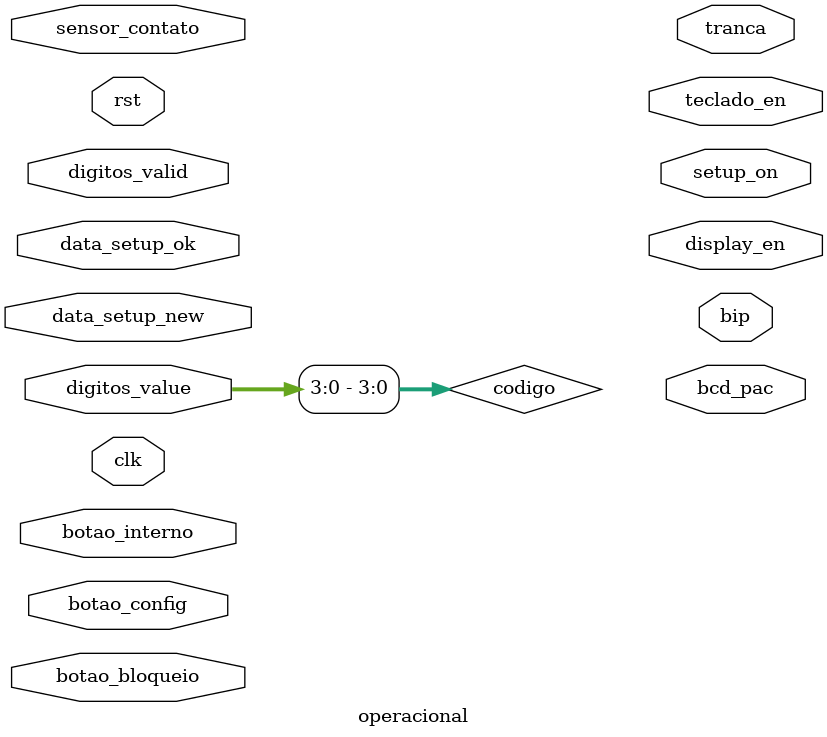
<source format=sv>
typedef struct packed {
    logic [19:0] [3:0] digits;
} senhaPac_t;

typedef struct packed {
    logic [3:0] BCD0;
    logic [3:0] BCD1;
    logic [3:0] BCD2;
    logic [3:0] BCD3;
    logic [3:0] BCD4;
    logic [3:0] BCD5;
} bcdPac_t;

typedef struct packed {
    logic       bip_status;
    logic [5:0] bip_time;
    logic [5:0] tranca_aut_time;
    senhaPac_t  senha_master;
    senhaPac_t  senha_1;
    senhaPac_t  senha_2;
    senhaPac_t  senha_3;
    senhaPac_t  senha_4;
} setupPac_t;

module operacional (
    input  logic        clk,
    input  logic        rst,
    input  logic        sensor_contato,
    input  logic        botao_interno,
    input  logic        botao_bloqueio,
    input  logic        botao_config,
    input  setupPac_t   data_setup_new,
    input  logic        data_setup_ok,
    input  senhaPac_t   digitos_value,
    input  logic        digitos_valid,
    output bcdPac_t     bcd_pac,
    output logic        teclado_en,
    output logic        display_en,
    output logic        setup_on,
    output logic        tranca,
    output logic        bip
);

    setupPac_t   config_ativa;
  
  	wire [3:0] codigo = digitos_value.digits[0];
    
    logic [31:0] contador_bip;
    logic [31:0] contador_tranca;
    logic [31:0] contador_nao_perturbe;
    logic [31:0] contador_bloqueado;
    
    logic [31:0] db_botao_config;
    logic [31:0] db_botao_interno;
    
    logic [2:0]  tentativas;

    enum logic [3:0] {
        AGUARDANDO,
        PORTA_FECHADA,
        PORTA_ENCOSTADA,
        PORTA_ABERTA,
        PORTA_BIP,
        EXPIRADO,
        VALIDAR_SENHA,
        CONTAR_TENTATIVAS,
        BLOQUEADO,
        DB_BOTAO_INTERNO,
        DB_BOTAO_BLOQUEIO,
        DB_BOTAO_CONFIG,
        NAO_PERTURBE,
        SENHA_MASTER,
        SETUP
    } estado, estado_anterior;

    always_ff @(posedge clk or posedge rst) begin
      	if (rst) begin
            contador_bip          <= 0;
            contador_tranca       <= 0;
            contador_nao_perturbe <= 0;
            contador_bloqueado    <= 0;
            db_botao_config       <= 0;
            db_botao_interno      <= 0;
            tentativas            <= 0;
            estado <= AGUARDANDO;
            estado_anterior <= AGUARDANDO;
     	end
     	else begin
            case (estado)
              
                AGUARDANDO: begin
                  if (!sensor_contato) estado <= PORTA_FECHADA;
                end
              
                PORTA_FECHADA: begin
                    db_botao_interno <= 0;
					contador_nao_perturbe <= 0;
					estado_anterior <= PORTA_FECHADA;
                  	if (botao_bloqueio) estado <= DB_BOTAO_BLOQUEIO;
                  	else if (botao_interno) estado <= DB_BOTAO_INTERNO;
                  	else if (digitos_valid && codigo == 4'hE) estado <= EXPIRADO;
                  	else if (digitos_valid && codigo != 4'hE && codigo != 4'hF && codigo != 4'hB) estado <= VALIDAR_SENHA;
                end
              
              	DB_BOTAO_BLOQUEIO: begin
                  	contador_nao_perturbe <= contador_nao_perturbe + 1;
                  	if (!botao_bloqueio) estado <= PORTA_FECHADA;
                  	else if (contador_nao_perturbe >= 3000) estado <= NAO_PERTURBE;
                end
              
              	NAO_PERTURBE: begin
                  	db_botao_interno <= 0;
                  	contador_nao_perturbe <= 0;
                  	estado_anterior <= NAO_PERTURBE;
                  	if (botao_interno) estado <= DB_BOTAO_INTERNO;
                end
              	
              	DB_BOTAO_INTERNO: begin
                 	db_botao_interno <= db_botao_interno + 1;
                  	if (!botao_interno && estado_anterior == NAO_PERTURBE) estado <= NAO_PERTURBE;
                  	else if (!botao_interno && estado_anterior == PORTA_FECHADA) estado <= PORTA_FECHADA;
                  	else if (!botao_interno && estado_anterior == PORTA_ENCOSTADA) estado <= PORTA_ENCOSTADA;
                  	else if (db_botao_interno >= 100 && estado_anterior != PORTA_ENCOSTADA) estado <= PORTA_ENCOSTADA;
                  	else if (db_botao_interno >= 100 && estado_anterior == PORTA_ENCOSTADA) estado <= PORTA_FECHADA;
                end
              
              	PORTA_ENCOSTADA: begin
                	contador_tranca <= contador_tranca + 1;
					estado_anterior <= PORTA_ENCOSTADA;
                  	if (botao_interno) estado <= DB_BOTAO_INTERNO;
                  	else if (contador_tranca >= data_setup_new.tranca_aut_time) estado <= PORTA_FECHADA;
                  	else if (sensor_contato) estado <= PORTA_ABERTA;
                end
              
              	EXPIRADO: begin
                  	estado <= PORTA_FECHADA;
                end
              
              	PORTA_ABERTA: begin
                  	contador_bip <= contador_bip + 1;
					db_botao_config <= 0;
					estado_anterior <= PORTA_ABERTA;
                  	if (contador_bip >= data_setup_new.bip_time) estado <= PORTA_BIP;
                  	else if (botao_config) estado <= DB_BOTAO_CONFIG;
                end
              
              	PORTA_BIP: begin
                  	db_botao_config <= 0;
					estado_anterior <= PORTA_BIP;
                  	if (!sensor_contato) estado <= PORTA_ENCOSTADA;
                  	if (botao_config) estado <= DB_BOTAO_CONFIG;
                end
              	
              	DB_BOTAO_CONFIG: begin
               		db_botao_config <= db_botao_config + 1;
                  	if (!botao_config && estado_anterior == PORTA_ABERTA) estado <= PORTA_ABERTA;
                  	else if (!botao_config && estado_anterior == PORTA_BIP) estado <= PORTA_BIP;
                  	else if (db_botao_config >= 100) estado <= SENHA_MASTER;
                end
              
              	CONTAR_TENTATIVAS: begin
                  	contador_bloqueado <= 0;
                  	tentativas <= tentativas + 1;
                  	if (tentativas < 5) estado <= PORTA_FECHADA;
                  	else estado <= estado <= BLOQUEADO;
                end
              
              	BLOQUEADO: begin
                  	contador_bloqueado <= contador_bloqueado + 1;
                  	if (contador_bloqueado >= 30000) estado <= PORTA_FECHADA;
                end
              
              	SETUP: begin
                  	if (data_setup_ok) estado <= PORTA_ABERTA;
             	end
              
            endcase
        end
      
      
    end

    always_comb begin
    
    end

endmodule
</source>
